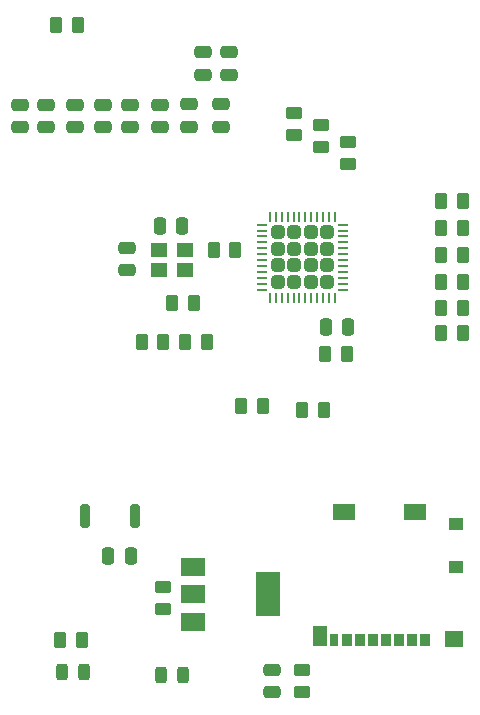
<source format=gbr>
%TF.GenerationSoftware,KiCad,Pcbnew,7.0.7*%
%TF.CreationDate,2024-02-10T00:47:22+05:30*%
%TF.ProjectId,MC_stack,4d435f73-7461-4636-9b2e-6b696361645f,rev?*%
%TF.SameCoordinates,Original*%
%TF.FileFunction,Paste,Top*%
%TF.FilePolarity,Positive*%
%FSLAX46Y46*%
G04 Gerber Fmt 4.6, Leading zero omitted, Abs format (unit mm)*
G04 Created by KiCad (PCBNEW 7.0.7) date 2024-02-10 00:47:22*
%MOMM*%
%LPD*%
G01*
G04 APERTURE LIST*
G04 Aperture macros list*
%AMRoundRect*
0 Rectangle with rounded corners*
0 $1 Rounding radius*
0 $2 $3 $4 $5 $6 $7 $8 $9 X,Y pos of 4 corners*
0 Add a 4 corners polygon primitive as box body*
4,1,4,$2,$3,$4,$5,$6,$7,$8,$9,$2,$3,0*
0 Add four circle primitives for the rounded corners*
1,1,$1+$1,$2,$3*
1,1,$1+$1,$4,$5*
1,1,$1+$1,$6,$7*
1,1,$1+$1,$8,$9*
0 Add four rect primitives between the rounded corners*
20,1,$1+$1,$2,$3,$4,$5,0*
20,1,$1+$1,$4,$5,$6,$7,0*
20,1,$1+$1,$6,$7,$8,$9,0*
20,1,$1+$1,$8,$9,$2,$3,0*%
G04 Aperture macros list end*
%ADD10RoundRect,0.250000X-0.262500X-0.450000X0.262500X-0.450000X0.262500X0.450000X-0.262500X0.450000X0*%
%ADD11RoundRect,0.250000X-0.475000X0.250000X-0.475000X-0.250000X0.475000X-0.250000X0.475000X0.250000X0*%
%ADD12R,1.400000X1.200000*%
%ADD13RoundRect,0.250000X0.262500X0.450000X-0.262500X0.450000X-0.262500X-0.450000X0.262500X-0.450000X0*%
%ADD14R,2.000000X1.500000*%
%ADD15R,2.000000X3.800000*%
%ADD16RoundRect,0.250000X-0.250000X-0.475000X0.250000X-0.475000X0.250000X0.475000X-0.250000X0.475000X0*%
%ADD17RoundRect,0.250000X0.450000X-0.262500X0.450000X0.262500X-0.450000X0.262500X-0.450000X-0.262500X0*%
%ADD18RoundRect,0.243750X0.243750X0.456250X-0.243750X0.456250X-0.243750X-0.456250X0.243750X-0.456250X0*%
%ADD19RoundRect,0.250000X0.475000X-0.250000X0.475000X0.250000X-0.475000X0.250000X-0.475000X-0.250000X0*%
%ADD20RoundRect,0.250000X0.250000X0.475000X-0.250000X0.475000X-0.250000X-0.475000X0.250000X-0.475000X0*%
%ADD21R,0.850000X1.100000*%
%ADD22R,0.750000X1.100000*%
%ADD23R,1.200000X1.000000*%
%ADD24R,1.550000X1.350000*%
%ADD25R,1.900000X1.350000*%
%ADD26R,1.170000X1.800000*%
%ADD27RoundRect,0.250000X-0.315000X-0.315000X0.315000X-0.315000X0.315000X0.315000X-0.315000X0.315000X0*%
%ADD28RoundRect,0.062500X-0.375000X-0.062500X0.375000X-0.062500X0.375000X0.062500X-0.375000X0.062500X0*%
%ADD29RoundRect,0.062500X-0.062500X-0.375000X0.062500X-0.375000X0.062500X0.375000X-0.062500X0.375000X0*%
%ADD30RoundRect,0.243750X-0.243750X-0.456250X0.243750X-0.456250X0.243750X0.456250X-0.243750X0.456250X0*%
%ADD31RoundRect,0.200000X-0.200000X-0.800000X0.200000X-0.800000X0.200000X0.800000X-0.200000X0.800000X0*%
G04 APERTURE END LIST*
D10*
%TO.C,R16*%
X156719900Y-87122000D03*
X158544900Y-87122000D03*
%TD*%
D11*
%TO.C,C8*%
X135382000Y-67731600D03*
X135382000Y-69631600D03*
%TD*%
%TO.C,C3*%
X123291600Y-67757000D03*
X123291600Y-69657000D03*
%TD*%
D10*
%TO.C,R10*%
X156719900Y-82753200D03*
X158544900Y-82753200D03*
%TD*%
D12*
%TO.C,X1*%
X132842000Y-81738800D03*
X135042000Y-81738800D03*
X135042000Y-80038800D03*
X132842000Y-80038800D03*
%TD*%
D11*
%TO.C,C7*%
X132892800Y-67741800D03*
X132892800Y-69641800D03*
%TD*%
D13*
%TO.C,R8*%
X146759300Y-93573600D03*
X144934300Y-93573600D03*
%TD*%
D14*
%TO.C,Q1*%
X135737200Y-106920000D03*
X135737200Y-109220000D03*
D15*
X142037200Y-109220000D03*
D14*
X135737200Y-111520000D03*
%TD*%
D11*
%TO.C,C9*%
X138049000Y-67731600D03*
X138049000Y-69631600D03*
%TD*%
D10*
%TO.C,R1*%
X124463800Y-113080800D03*
X126288800Y-113080800D03*
%TD*%
D16*
%TO.C,C16*%
X128513800Y-105994200D03*
X130413800Y-105994200D03*
%TD*%
D11*
%TO.C,C2*%
X121056400Y-67757000D03*
X121056400Y-69657000D03*
%TD*%
D13*
%TO.C,R20*%
X125931300Y-61010800D03*
X124106300Y-61010800D03*
%TD*%
D17*
%TO.C,R14*%
X148844000Y-72743700D03*
X148844000Y-70918700D03*
%TD*%
%TO.C,R5*%
X144221200Y-70305300D03*
X144221200Y-68480300D03*
%TD*%
%TO.C,R4*%
X144932400Y-117447700D03*
X144932400Y-115622700D03*
%TD*%
D10*
%TO.C,R17*%
X135028300Y-87884000D03*
X136853300Y-87884000D03*
%TD*%
D18*
%TO.C,DS2*%
X134897100Y-116078000D03*
X133022100Y-116078000D03*
%TD*%
D11*
%TO.C,C6*%
X130403600Y-67757000D03*
X130403600Y-69657000D03*
%TD*%
%TO.C,C4*%
X125730000Y-67757000D03*
X125730000Y-69657000D03*
%TD*%
D16*
%TO.C,C15*%
X146928800Y-86563200D03*
X148828800Y-86563200D03*
%TD*%
D10*
%TO.C,R7*%
X131370700Y-87884000D03*
X133195700Y-87884000D03*
%TD*%
D19*
%TO.C,C13*%
X138785600Y-65212000D03*
X138785600Y-63312000D03*
%TD*%
D20*
%TO.C,C11*%
X134808000Y-78028800D03*
X132908000Y-78028800D03*
%TD*%
D10*
%TO.C,R12*%
X156718000Y-78232000D03*
X158543000Y-78232000D03*
%TD*%
%TO.C,R6*%
X139803500Y-93268800D03*
X141628500Y-93268800D03*
%TD*%
D17*
%TO.C,R15*%
X146558000Y-71321300D03*
X146558000Y-69496300D03*
%TD*%
D21*
%TO.C,U1*%
X155323400Y-113085400D03*
X154223400Y-113085400D03*
X153123400Y-113085400D03*
X152023400Y-113085400D03*
X150923400Y-113085400D03*
X149823400Y-113085400D03*
X148723400Y-113085400D03*
D22*
X147673400Y-113085400D03*
D23*
X157958400Y-106935400D03*
X157958400Y-103235400D03*
D24*
X157783400Y-112960400D03*
D25*
X154458400Y-102260400D03*
X148488400Y-102260400D03*
D26*
X146463400Y-112735400D03*
%TD*%
D19*
%TO.C,C1*%
X130081200Y-81772800D03*
X130081200Y-79872800D03*
%TD*%
D11*
%TO.C,C5*%
X128117600Y-67757000D03*
X128117600Y-69657000D03*
%TD*%
D27*
%TO.C,U2*%
X142866000Y-78559200D03*
X142866000Y-79959200D03*
X142866000Y-81359200D03*
X142866000Y-82759200D03*
X144266000Y-78559200D03*
X144266000Y-79959200D03*
X144266000Y-81359200D03*
X144266000Y-82759200D03*
X145666000Y-78559200D03*
X145666000Y-79959200D03*
X145666000Y-81359200D03*
X145666000Y-82759200D03*
X147066000Y-78559200D03*
X147066000Y-79959200D03*
X147066000Y-81359200D03*
X147066000Y-82759200D03*
D28*
X141528500Y-77909200D03*
X141528500Y-78409200D03*
X141528500Y-78909200D03*
X141528500Y-79409200D03*
X141528500Y-79909200D03*
X141528500Y-80409200D03*
X141528500Y-80909200D03*
X141528500Y-81409200D03*
X141528500Y-81909200D03*
X141528500Y-82409200D03*
X141528500Y-82909200D03*
X141528500Y-83409200D03*
D29*
X142216000Y-84096700D03*
X142716000Y-84096700D03*
X143216000Y-84096700D03*
X143716000Y-84096700D03*
X144216000Y-84096700D03*
X144716000Y-84096700D03*
X145216000Y-84096700D03*
X145716000Y-84096700D03*
X146216000Y-84096700D03*
X146716000Y-84096700D03*
X147216000Y-84096700D03*
X147716000Y-84096700D03*
D28*
X148403500Y-83409200D03*
X148403500Y-82909200D03*
X148403500Y-82409200D03*
X148403500Y-81909200D03*
X148403500Y-81409200D03*
X148403500Y-80909200D03*
X148403500Y-80409200D03*
X148403500Y-79909200D03*
X148403500Y-79409200D03*
X148403500Y-78909200D03*
X148403500Y-78409200D03*
X148403500Y-77909200D03*
D29*
X147716000Y-77221700D03*
X147216000Y-77221700D03*
X146716000Y-77221700D03*
X146216000Y-77221700D03*
X145716000Y-77221700D03*
X145216000Y-77221700D03*
X144716000Y-77221700D03*
X144216000Y-77221700D03*
X143716000Y-77221700D03*
X143216000Y-77221700D03*
X142716000Y-77221700D03*
X142216000Y-77221700D03*
%TD*%
D10*
%TO.C,R19*%
X146915500Y-88849200D03*
X148740500Y-88849200D03*
%TD*%
%TO.C,R13*%
X156719900Y-75946000D03*
X158544900Y-75946000D03*
%TD*%
D13*
%TO.C,R9*%
X158544900Y-80467200D03*
X156719900Y-80467200D03*
%TD*%
D10*
%TO.C,R3*%
X133961500Y-84582000D03*
X135786500Y-84582000D03*
%TD*%
D17*
%TO.C,R18*%
X133146800Y-110437300D03*
X133146800Y-108612300D03*
%TD*%
D10*
%TO.C,R2*%
X137464800Y-80060800D03*
X139289800Y-80060800D03*
%TD*%
D30*
%TO.C,DS1*%
X124589300Y-115773200D03*
X126464300Y-115773200D03*
%TD*%
D10*
%TO.C,R11*%
X156719900Y-84937600D03*
X158544900Y-84937600D03*
%TD*%
D11*
%TO.C,C12*%
X136550400Y-63312000D03*
X136550400Y-65212000D03*
%TD*%
%TO.C,C14*%
X142417800Y-115585200D03*
X142417800Y-117485200D03*
%TD*%
D31*
%TO.C,SW1*%
X126551000Y-102616000D03*
X130751000Y-102616000D03*
%TD*%
M02*

</source>
